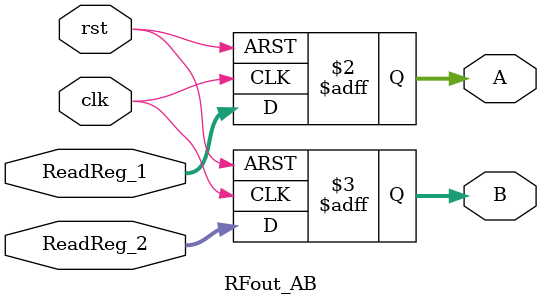
<source format=v>
`timescale 1ns / 1ps


module RFout_AB(
    input clk,
    input rst,
    input [31:0]ReadReg_1,
    input [31:0]ReadReg_2,
    output reg [31:0]A,
    output reg [31:0]B
    );
    always@(posedge clk or posedge rst)begin
        if(rst)begin A<=0;B<=0;end
        else begin
            A<=ReadReg_1;
            B<=ReadReg_2;
        end
    end
endmodule

</source>
